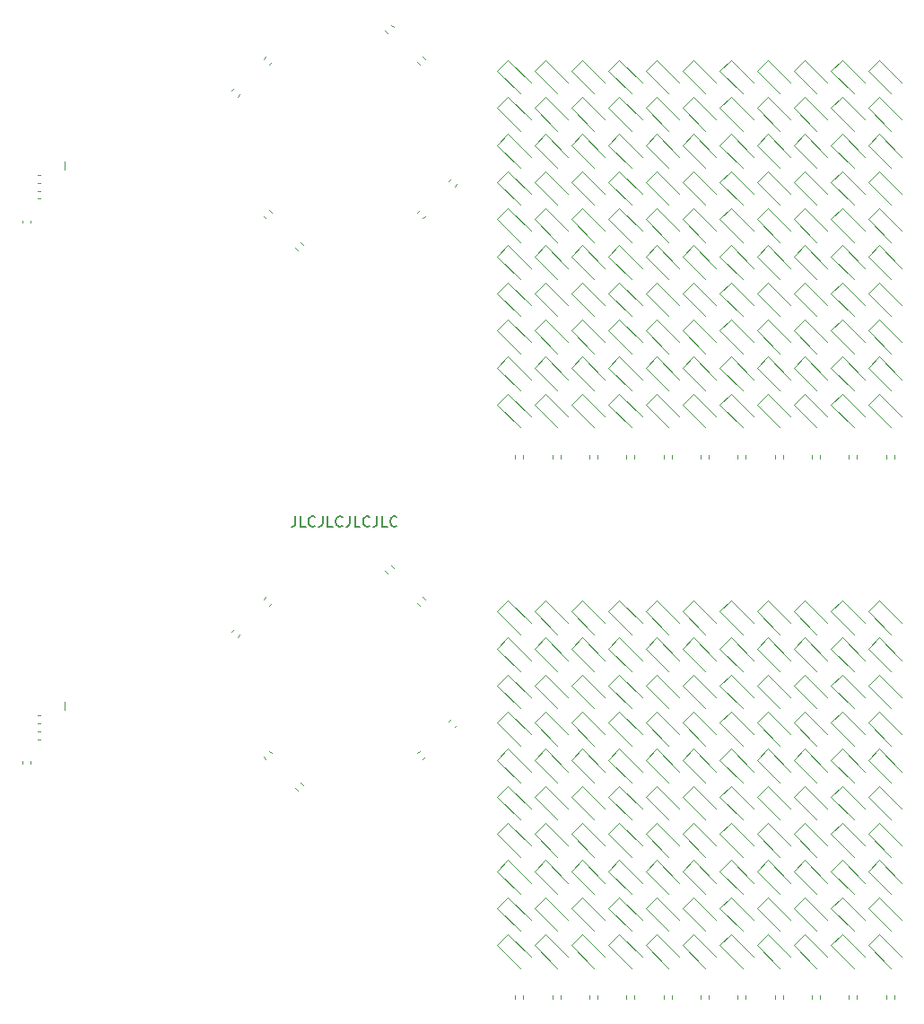
<source format=gbr>
%TF.GenerationSoftware,KiCad,Pcbnew,(6.0.9)*%
%TF.CreationDate,2023-02-03T02:03:44-05:00*%
%TF.ProjectId,businesscard_panel,62757369-6e65-4737-9363-6172645f7061,rev?*%
%TF.SameCoordinates,Original*%
%TF.FileFunction,Legend,Bot*%
%TF.FilePolarity,Positive*%
%FSLAX46Y46*%
G04 Gerber Fmt 4.6, Leading zero omitted, Abs format (unit mm)*
G04 Created by KiCad (PCBNEW (6.0.9)) date 2023-02-03 02:03:44*
%MOMM*%
%LPD*%
G01*
G04 APERTURE LIST*
%ADD10C,0.150000*%
%ADD11C,0.120000*%
G04 APERTURE END LIST*
D10*
X127380952Y-99452380D02*
X127380952Y-100166666D01*
X127333333Y-100309523D01*
X127238095Y-100404761D01*
X127095238Y-100452380D01*
X127000000Y-100452380D01*
X128333333Y-100452380D02*
X127857142Y-100452380D01*
X127857142Y-99452380D01*
X129238095Y-100357142D02*
X129190476Y-100404761D01*
X129047619Y-100452380D01*
X128952380Y-100452380D01*
X128809523Y-100404761D01*
X128714285Y-100309523D01*
X128666666Y-100214285D01*
X128619047Y-100023809D01*
X128619047Y-99880952D01*
X128666666Y-99690476D01*
X128714285Y-99595238D01*
X128809523Y-99500000D01*
X128952380Y-99452380D01*
X129047619Y-99452380D01*
X129190476Y-99500000D01*
X129238095Y-99547619D01*
X129952380Y-99452380D02*
X129952380Y-100166666D01*
X129904761Y-100309523D01*
X129809523Y-100404761D01*
X129666666Y-100452380D01*
X129571428Y-100452380D01*
X130904761Y-100452380D02*
X130428571Y-100452380D01*
X130428571Y-99452380D01*
X131809523Y-100357142D02*
X131761904Y-100404761D01*
X131619047Y-100452380D01*
X131523809Y-100452380D01*
X131380952Y-100404761D01*
X131285714Y-100309523D01*
X131238095Y-100214285D01*
X131190476Y-100023809D01*
X131190476Y-99880952D01*
X131238095Y-99690476D01*
X131285714Y-99595238D01*
X131380952Y-99500000D01*
X131523809Y-99452380D01*
X131619047Y-99452380D01*
X131761904Y-99500000D01*
X131809523Y-99547619D01*
X132523809Y-99452380D02*
X132523809Y-100166666D01*
X132476190Y-100309523D01*
X132380952Y-100404761D01*
X132238095Y-100452380D01*
X132142857Y-100452380D01*
X133476190Y-100452380D02*
X133000000Y-100452380D01*
X133000000Y-99452380D01*
X134380952Y-100357142D02*
X134333333Y-100404761D01*
X134190476Y-100452380D01*
X134095238Y-100452380D01*
X133952380Y-100404761D01*
X133857142Y-100309523D01*
X133809523Y-100214285D01*
X133761904Y-100023809D01*
X133761904Y-99880952D01*
X133809523Y-99690476D01*
X133857142Y-99595238D01*
X133952380Y-99500000D01*
X134095238Y-99452380D01*
X134190476Y-99452380D01*
X134333333Y-99500000D01*
X134380952Y-99547619D01*
X135095238Y-99452380D02*
X135095238Y-100166666D01*
X135047619Y-100309523D01*
X134952380Y-100404761D01*
X134809523Y-100452380D01*
X134714285Y-100452380D01*
X136047619Y-100452380D02*
X135571428Y-100452380D01*
X135571428Y-99452380D01*
X136952380Y-100357142D02*
X136904761Y-100404761D01*
X136761904Y-100452380D01*
X136666666Y-100452380D01*
X136523809Y-100404761D01*
X136428571Y-100309523D01*
X136380952Y-100214285D01*
X136333333Y-100023809D01*
X136333333Y-99880952D01*
X136380952Y-99690476D01*
X136428571Y-99595238D01*
X136523809Y-99500000D01*
X136666666Y-99452380D01*
X136761904Y-99452380D01*
X136904761Y-99500000D01*
X136952380Y-99547619D01*
D11*
%TO.C,D61*%
X168464089Y-56424642D02*
X167424642Y-57464089D01*
X170606622Y-58567175D02*
X168464089Y-56424642D01*
X167424642Y-57464089D02*
X169567175Y-59606622D01*
%TO.C,D79*%
X171964089Y-135424642D02*
X170924642Y-136464089D01*
X174106622Y-137567175D02*
X171964089Y-135424642D01*
X170924642Y-136464089D02*
X173067175Y-138606622D01*
%TO.C,D101*%
X182464089Y-56424642D02*
X181424642Y-57464089D01*
X181424642Y-57464089D02*
X183567175Y-59606622D01*
X184606622Y-58567175D02*
X182464089Y-56424642D01*
%TO.C,D97*%
X181106622Y-79567175D02*
X178964089Y-77424642D01*
X177924642Y-78464089D02*
X180067175Y-80606622D01*
X178964089Y-77424642D02*
X177924642Y-78464089D01*
%TO.C,D51*%
X167106622Y-58567175D02*
X164964089Y-56424642D01*
X163924642Y-57464089D02*
X166067175Y-59606622D01*
X164964089Y-56424642D02*
X163924642Y-57464089D01*
%TO.C,D25*%
X153424642Y-122464089D02*
X155567175Y-124606622D01*
X154464089Y-121424642D02*
X153424642Y-122464089D01*
X156606622Y-123567175D02*
X154464089Y-121424642D01*
%TO.C,D78*%
X171964089Y-80924642D02*
X170924642Y-81964089D01*
X174106622Y-83067175D02*
X171964089Y-80924642D01*
X170924642Y-81964089D02*
X173067175Y-84106622D01*
%TO.C,D56*%
X164964089Y-124924642D02*
X163924642Y-125964089D01*
X163924642Y-125964089D02*
X166067175Y-128106622D01*
X167106622Y-127067175D02*
X164964089Y-124924642D01*
%TO.C,D32*%
X160106622Y-113067175D02*
X157964089Y-110924642D01*
X156924642Y-111964089D02*
X159067175Y-114106622D01*
X157964089Y-110924642D02*
X156924642Y-111964089D01*
%TO.C,D26*%
X154464089Y-124924642D02*
X153424642Y-125964089D01*
X153424642Y-125964089D02*
X155567175Y-128106622D01*
X156606622Y-127067175D02*
X154464089Y-124924642D01*
%TO.C,D94*%
X181106622Y-120067175D02*
X178964089Y-117924642D01*
X177924642Y-118964089D02*
X180067175Y-121106622D01*
X178964089Y-117924642D02*
X177924642Y-118964089D01*
%TO.C,D76*%
X170924642Y-125964089D02*
X173067175Y-128106622D01*
X174106622Y-127067175D02*
X171964089Y-124924642D01*
X171964089Y-124924642D02*
X170924642Y-125964089D01*
%TO.C,D50*%
X161464089Y-87924642D02*
X160424642Y-88964089D01*
X160424642Y-88964089D02*
X162567175Y-91106622D01*
X163606622Y-90067175D02*
X161464089Y-87924642D01*
%TO.C,D96*%
X178964089Y-73924642D02*
X177924642Y-74964089D01*
X181106622Y-76067175D02*
X178964089Y-73924642D01*
X177924642Y-74964089D02*
X180067175Y-77106622D01*
%TO.C,D53*%
X163924642Y-115464089D02*
X166067175Y-117606622D01*
X164964089Y-114424642D02*
X163924642Y-115464089D01*
X167106622Y-116567175D02*
X164964089Y-114424642D01*
%TO.C,D80*%
X174106622Y-141067175D02*
X171964089Y-138924642D01*
X170924642Y-139964089D02*
X173067175Y-142106622D01*
X171964089Y-138924642D02*
X170924642Y-139964089D01*
%TO.C,D81*%
X175464089Y-107424642D02*
X174424642Y-108464089D01*
X177606622Y-109567175D02*
X175464089Y-107424642D01*
X174424642Y-108464089D02*
X176567175Y-110606622D01*
%TO.C,D9*%
X146424642Y-85464089D02*
X148567175Y-87606622D01*
X149606622Y-86567175D02*
X147464089Y-84424642D01*
X147464089Y-84424642D02*
X146424642Y-85464089D01*
%TO.C,D20*%
X149924642Y-88964089D02*
X152067175Y-91106622D01*
X150964089Y-87924642D02*
X149924642Y-88964089D01*
X153106622Y-90067175D02*
X150964089Y-87924642D01*
%TO.C,D45*%
X163606622Y-72567175D02*
X161464089Y-70424642D01*
X161464089Y-70424642D02*
X160424642Y-71464089D01*
X160424642Y-71464089D02*
X162567175Y-73606622D01*
%TO.C,D24*%
X153424642Y-118964089D02*
X155567175Y-121106622D01*
X156606622Y-120067175D02*
X154464089Y-117924642D01*
X154464089Y-117924642D02*
X153424642Y-118964089D01*
%TO.C,D100*%
X177924642Y-139964089D02*
X180067175Y-142106622D01*
X181106622Y-141067175D02*
X178964089Y-138924642D01*
X178964089Y-138924642D02*
X177924642Y-139964089D01*
%TO.C,D41*%
X163606622Y-58567175D02*
X161464089Y-56424642D01*
X161464089Y-56424642D02*
X160424642Y-57464089D01*
X160424642Y-57464089D02*
X162567175Y-59606622D01*
%TO.C,D85*%
X175464089Y-70424642D02*
X174424642Y-71464089D01*
X174424642Y-71464089D02*
X176567175Y-73606622D01*
X177606622Y-72567175D02*
X175464089Y-70424642D01*
%TO.C,D42*%
X163606622Y-62067175D02*
X161464089Y-59924642D01*
X161464089Y-59924642D02*
X160424642Y-60964089D01*
X160424642Y-60964089D02*
X162567175Y-63106622D01*
%TO.C,D32*%
X160106622Y-62067175D02*
X157964089Y-59924642D01*
X156924642Y-60964089D02*
X159067175Y-63106622D01*
X157964089Y-59924642D02*
X156924642Y-60964089D01*
%TO.C,D107*%
X181424642Y-129464089D02*
X183567175Y-131606622D01*
X184606622Y-130567175D02*
X182464089Y-128424642D01*
X182464089Y-128424642D02*
X181424642Y-129464089D01*
%TO.C,D68*%
X170606622Y-134067175D02*
X168464089Y-131924642D01*
X167424642Y-132964089D02*
X169567175Y-135106622D01*
X168464089Y-131924642D02*
X167424642Y-132964089D01*
%TO.C,D104*%
X181424642Y-118964089D02*
X183567175Y-121106622D01*
X182464089Y-117924642D02*
X181424642Y-118964089D01*
X184606622Y-120067175D02*
X182464089Y-117924642D01*
%TO.C,D75*%
X171964089Y-70424642D02*
X170924642Y-71464089D01*
X174106622Y-72567175D02*
X171964089Y-70424642D01*
X170924642Y-71464089D02*
X173067175Y-73606622D01*
%TO.C,D58*%
X164964089Y-80924642D02*
X163924642Y-81964089D01*
X167106622Y-83067175D02*
X164964089Y-80924642D01*
X163924642Y-81964089D02*
X166067175Y-84106622D01*
%TO.C,D71*%
X170924642Y-57464089D02*
X173067175Y-59606622D01*
X174106622Y-58567175D02*
X171964089Y-56424642D01*
X171964089Y-56424642D02*
X170924642Y-57464089D01*
%TO.C,D15*%
X149924642Y-71464089D02*
X152067175Y-73606622D01*
X150964089Y-70424642D02*
X149924642Y-71464089D01*
X153106622Y-72567175D02*
X150964089Y-70424642D01*
%TO.C,D64*%
X168464089Y-66924642D02*
X167424642Y-67964089D01*
X167424642Y-67964089D02*
X169567175Y-70106622D01*
X170606622Y-69067175D02*
X168464089Y-66924642D01*
%TO.C,D49*%
X163606622Y-137567175D02*
X161464089Y-135424642D01*
X160424642Y-136464089D02*
X162567175Y-138606622D01*
X161464089Y-135424642D02*
X160424642Y-136464089D01*
%TO.C,D86*%
X174424642Y-74964089D02*
X176567175Y-77106622D01*
X175464089Y-73924642D02*
X174424642Y-74964089D01*
X177606622Y-76067175D02*
X175464089Y-73924642D01*
%TO.C,D59*%
X164964089Y-84424642D02*
X163924642Y-85464089D01*
X167106622Y-86567175D02*
X164964089Y-84424642D01*
X163924642Y-85464089D02*
X166067175Y-87606622D01*
%TO.C,D57*%
X164964089Y-128424642D02*
X163924642Y-129464089D01*
X167106622Y-130567175D02*
X164964089Y-128424642D01*
X163924642Y-129464089D02*
X166067175Y-131606622D01*
%TO.C,D82*%
X177606622Y-62067175D02*
X175464089Y-59924642D01*
X175464089Y-59924642D02*
X174424642Y-60964089D01*
X174424642Y-60964089D02*
X176567175Y-63106622D01*
%TO.C,D48*%
X160424642Y-81964089D02*
X162567175Y-84106622D01*
X161464089Y-80924642D02*
X160424642Y-81964089D01*
X163606622Y-83067175D02*
X161464089Y-80924642D01*
%TO.C,D23*%
X154464089Y-63424642D02*
X153424642Y-64464089D01*
X153424642Y-64464089D02*
X155567175Y-66606622D01*
X156606622Y-65567175D02*
X154464089Y-63424642D01*
%TO.C,D73*%
X174106622Y-116567175D02*
X171964089Y-114424642D01*
X171964089Y-114424642D02*
X170924642Y-115464089D01*
X170924642Y-115464089D02*
X173067175Y-117606622D01*
%TO.C,D34*%
X160106622Y-120067175D02*
X157964089Y-117924642D01*
X156924642Y-118964089D02*
X159067175Y-121106622D01*
X157964089Y-117924642D02*
X156924642Y-118964089D01*
%TO.C,D103*%
X182464089Y-114424642D02*
X181424642Y-115464089D01*
X181424642Y-115464089D02*
X183567175Y-117606622D01*
X184606622Y-116567175D02*
X182464089Y-114424642D01*
%TO.C,D69*%
X167424642Y-136464089D02*
X169567175Y-138606622D01*
X170606622Y-137567175D02*
X168464089Y-135424642D01*
X168464089Y-135424642D02*
X167424642Y-136464089D01*
%TO.C,D51*%
X167106622Y-109567175D02*
X164964089Y-107424642D01*
X163924642Y-108464089D02*
X166067175Y-110606622D01*
X164964089Y-107424642D02*
X163924642Y-108464089D01*
%TO.C,D22*%
X153424642Y-111964089D02*
X155567175Y-114106622D01*
X154464089Y-110924642D02*
X153424642Y-111964089D01*
X156606622Y-113067175D02*
X154464089Y-110924642D01*
%TO.C,D8*%
X146424642Y-81964089D02*
X148567175Y-84106622D01*
X147464089Y-80924642D02*
X146424642Y-81964089D01*
X149606622Y-83067175D02*
X147464089Y-80924642D01*
%TO.C,D29*%
X154464089Y-84424642D02*
X153424642Y-85464089D01*
X156606622Y-86567175D02*
X154464089Y-84424642D01*
X153424642Y-85464089D02*
X155567175Y-87606622D01*
%TO.C,D106*%
X182464089Y-124924642D02*
X181424642Y-125964089D01*
X184606622Y-127067175D02*
X182464089Y-124924642D01*
X181424642Y-125964089D02*
X183567175Y-128106622D01*
%TO.C,D49*%
X163606622Y-86567175D02*
X161464089Y-84424642D01*
X160424642Y-85464089D02*
X162567175Y-87606622D01*
X161464089Y-84424642D02*
X160424642Y-85464089D01*
%TO.C,D55*%
X167106622Y-123567175D02*
X164964089Y-121424642D01*
X164964089Y-121424642D02*
X163924642Y-122464089D01*
X163924642Y-122464089D02*
X166067175Y-124606622D01*
%TO.C,D92*%
X177924642Y-60964089D02*
X180067175Y-63106622D01*
X178964089Y-59924642D02*
X177924642Y-60964089D01*
X181106622Y-62067175D02*
X178964089Y-59924642D01*
%TO.C,D5*%
X146424642Y-122464089D02*
X148567175Y-124606622D01*
X147464089Y-121424642D02*
X146424642Y-122464089D01*
X149606622Y-123567175D02*
X147464089Y-121424642D01*
%TO.C,U1*%
X105615000Y-117750000D02*
X105615000Y-117000000D01*
%TO.C,D18*%
X149924642Y-132964089D02*
X152067175Y-135106622D01*
X153106622Y-134067175D02*
X150964089Y-131924642D01*
X150964089Y-131924642D02*
X149924642Y-132964089D01*
%TO.C,D105*%
X181424642Y-122464089D02*
X183567175Y-124606622D01*
X184606622Y-123567175D02*
X182464089Y-121424642D01*
X182464089Y-121424642D02*
X181424642Y-122464089D01*
%TO.C,D37*%
X160106622Y-79567175D02*
X157964089Y-77424642D01*
X156924642Y-78464089D02*
X159067175Y-80606622D01*
X157964089Y-77424642D02*
X156924642Y-78464089D01*
%TO.C,D53*%
X163924642Y-64464089D02*
X166067175Y-66606622D01*
X164964089Y-63424642D02*
X163924642Y-64464089D01*
X167106622Y-65567175D02*
X164964089Y-63424642D01*
%TO.C,D11*%
X153106622Y-109567175D02*
X150964089Y-107424642D01*
X149924642Y-108464089D02*
X152067175Y-110606622D01*
X150964089Y-107424642D02*
X149924642Y-108464089D01*
%TO.C,D107*%
X181424642Y-78464089D02*
X183567175Y-80606622D01*
X184606622Y-79567175D02*
X182464089Y-77424642D01*
X182464089Y-77424642D02*
X181424642Y-78464089D01*
%TO.C,D35*%
X156924642Y-122464089D02*
X159067175Y-124606622D01*
X160106622Y-123567175D02*
X157964089Y-121424642D01*
X157964089Y-121424642D02*
X156924642Y-122464089D01*
%TO.C,D94*%
X181106622Y-69067175D02*
X178964089Y-66924642D01*
X177924642Y-67964089D02*
X180067175Y-70106622D01*
X178964089Y-66924642D02*
X177924642Y-67964089D01*
%TO.C,D61*%
X168464089Y-107424642D02*
X167424642Y-108464089D01*
X170606622Y-109567175D02*
X168464089Y-107424642D01*
X167424642Y-108464089D02*
X169567175Y-110606622D01*
%TO.C,D72*%
X171964089Y-110924642D02*
X170924642Y-111964089D01*
X170924642Y-111964089D02*
X173067175Y-114106622D01*
X174106622Y-113067175D02*
X171964089Y-110924642D01*
%TO.C,D73*%
X174106622Y-65567175D02*
X171964089Y-63424642D01*
X171964089Y-63424642D02*
X170924642Y-64464089D01*
X170924642Y-64464089D02*
X173067175Y-66606622D01*
%TO.C,D35*%
X156924642Y-71464089D02*
X159067175Y-73606622D01*
X160106622Y-72567175D02*
X157964089Y-70424642D01*
X157964089Y-70424642D02*
X156924642Y-71464089D01*
%TO.C,D34*%
X160106622Y-69067175D02*
X157964089Y-66924642D01*
X156924642Y-67964089D02*
X159067175Y-70106622D01*
X157964089Y-66924642D02*
X156924642Y-67964089D01*
%TO.C,D52*%
X163924642Y-111964089D02*
X166067175Y-114106622D01*
X164964089Y-110924642D02*
X163924642Y-111964089D01*
X167106622Y-113067175D02*
X164964089Y-110924642D01*
%TO.C,D27*%
X153424642Y-78464089D02*
X155567175Y-80606622D01*
X154464089Y-77424642D02*
X153424642Y-78464089D01*
X156606622Y-79567175D02*
X154464089Y-77424642D01*
%TO.C,D24*%
X153424642Y-67964089D02*
X155567175Y-70106622D01*
X156606622Y-69067175D02*
X154464089Y-66924642D01*
X154464089Y-66924642D02*
X153424642Y-67964089D01*
%TO.C,D21*%
X154464089Y-56424642D02*
X153424642Y-57464089D01*
X156606622Y-58567175D02*
X154464089Y-56424642D01*
X153424642Y-57464089D02*
X155567175Y-59606622D01*
%TO.C,D5*%
X146424642Y-71464089D02*
X148567175Y-73606622D01*
X147464089Y-70424642D02*
X146424642Y-71464089D01*
X149606622Y-72567175D02*
X147464089Y-70424642D01*
%TO.C,D46*%
X161464089Y-124924642D02*
X160424642Y-125964089D01*
X160424642Y-125964089D02*
X162567175Y-128106622D01*
X163606622Y-127067175D02*
X161464089Y-124924642D01*
%TO.C,D22*%
X153424642Y-60964089D02*
X155567175Y-63106622D01*
X154464089Y-59924642D02*
X153424642Y-60964089D01*
X156606622Y-62067175D02*
X154464089Y-59924642D01*
%TO.C,D50*%
X161464089Y-138924642D02*
X160424642Y-139964089D01*
X160424642Y-139964089D02*
X162567175Y-142106622D01*
X163606622Y-141067175D02*
X161464089Y-138924642D01*
%TO.C,D55*%
X167106622Y-72567175D02*
X164964089Y-70424642D01*
X164964089Y-70424642D02*
X163924642Y-71464089D01*
X163924642Y-71464089D02*
X166067175Y-73606622D01*
%TO.C,D3*%
X149606622Y-65567175D02*
X147464089Y-63424642D01*
X147464089Y-63424642D02*
X146424642Y-64464089D01*
X146424642Y-64464089D02*
X148567175Y-66606622D01*
%TO.C,D1*%
X147464089Y-56424642D02*
X146424642Y-57464089D01*
X149606622Y-58567175D02*
X147464089Y-56424642D01*
X146424642Y-57464089D02*
X148567175Y-59606622D01*
%TO.C,D16*%
X149924642Y-125964089D02*
X152067175Y-128106622D01*
X150964089Y-124924642D02*
X149924642Y-125964089D01*
X153106622Y-127067175D02*
X150964089Y-124924642D01*
%TO.C,D9*%
X146424642Y-136464089D02*
X148567175Y-138606622D01*
X149606622Y-137567175D02*
X147464089Y-135424642D01*
X147464089Y-135424642D02*
X146424642Y-136464089D01*
%TO.C,D66*%
X170606622Y-127067175D02*
X168464089Y-124924642D01*
X168464089Y-124924642D02*
X167424642Y-125964089D01*
X167424642Y-125964089D02*
X169567175Y-128106622D01*
%TO.C,D105*%
X181424642Y-71464089D02*
X183567175Y-73606622D01*
X184606622Y-72567175D02*
X182464089Y-70424642D01*
X182464089Y-70424642D02*
X181424642Y-71464089D01*
%TO.C,D91*%
X177924642Y-57464089D02*
X180067175Y-59606622D01*
X181106622Y-58567175D02*
X178964089Y-56424642D01*
X178964089Y-56424642D02*
X177924642Y-57464089D01*
%TO.C,D103*%
X182464089Y-63424642D02*
X181424642Y-64464089D01*
X181424642Y-64464089D02*
X183567175Y-66606622D01*
X184606622Y-65567175D02*
X182464089Y-63424642D01*
%TO.C,D93*%
X181106622Y-65567175D02*
X178964089Y-63424642D01*
X178964089Y-63424642D02*
X177924642Y-64464089D01*
X177924642Y-64464089D02*
X180067175Y-66606622D01*
%TO.C,D79*%
X171964089Y-84424642D02*
X170924642Y-85464089D01*
X174106622Y-86567175D02*
X171964089Y-84424642D01*
X170924642Y-85464089D02*
X173067175Y-87606622D01*
%TO.C,D15*%
X149924642Y-122464089D02*
X152067175Y-124606622D01*
X150964089Y-121424642D02*
X149924642Y-122464089D01*
X153106622Y-123567175D02*
X150964089Y-121424642D01*
%TO.C,D17*%
X150964089Y-128424642D02*
X149924642Y-129464089D01*
X149924642Y-129464089D02*
X152067175Y-131606622D01*
X153106622Y-130567175D02*
X150964089Y-128424642D01*
%TO.C,D69*%
X167424642Y-85464089D02*
X169567175Y-87606622D01*
X170606622Y-86567175D02*
X168464089Y-84424642D01*
X168464089Y-84424642D02*
X167424642Y-85464089D01*
%TO.C,D98*%
X178964089Y-131924642D02*
X177924642Y-132964089D01*
X181106622Y-134067175D02*
X178964089Y-131924642D01*
X177924642Y-132964089D02*
X180067175Y-135106622D01*
%TO.C,D54*%
X164964089Y-117924642D02*
X163924642Y-118964089D01*
X163924642Y-118964089D02*
X166067175Y-121106622D01*
X167106622Y-120067175D02*
X164964089Y-117924642D01*
%TO.C,D74*%
X171964089Y-117924642D02*
X170924642Y-118964089D01*
X170924642Y-118964089D02*
X173067175Y-121106622D01*
X174106622Y-120067175D02*
X171964089Y-117924642D01*
%TO.C,D62*%
X170606622Y-62067175D02*
X168464089Y-59924642D01*
X168464089Y-59924642D02*
X167424642Y-60964089D01*
X167424642Y-60964089D02*
X169567175Y-63106622D01*
%TO.C,D82*%
X177606622Y-113067175D02*
X175464089Y-110924642D01*
X175464089Y-110924642D02*
X174424642Y-111964089D01*
X174424642Y-111964089D02*
X176567175Y-114106622D01*
%TO.C,D43*%
X163606622Y-116567175D02*
X161464089Y-114424642D01*
X161464089Y-114424642D02*
X160424642Y-115464089D01*
X160424642Y-115464089D02*
X162567175Y-117606622D01*
%TO.C,D102*%
X182464089Y-110924642D02*
X181424642Y-111964089D01*
X181424642Y-111964089D02*
X183567175Y-114106622D01*
X184606622Y-113067175D02*
X182464089Y-110924642D01*
%TO.C,D86*%
X174424642Y-125964089D02*
X176567175Y-128106622D01*
X175464089Y-124924642D02*
X174424642Y-125964089D01*
X177606622Y-127067175D02*
X175464089Y-124924642D01*
%TO.C,D98*%
X178964089Y-80924642D02*
X177924642Y-81964089D01*
X181106622Y-83067175D02*
X178964089Y-80924642D01*
X177924642Y-81964089D02*
X180067175Y-84106622D01*
%TO.C,D63*%
X168464089Y-63424642D02*
X167424642Y-64464089D01*
X167424642Y-64464089D02*
X169567175Y-66606622D01*
X170606622Y-65567175D02*
X168464089Y-63424642D01*
%TO.C,D2*%
X146424642Y-60964089D02*
X148567175Y-63106622D01*
X149606622Y-62067175D02*
X147464089Y-59924642D01*
X147464089Y-59924642D02*
X146424642Y-60964089D01*
%TO.C,D41*%
X163606622Y-109567175D02*
X161464089Y-107424642D01*
X161464089Y-107424642D02*
X160424642Y-108464089D01*
X160424642Y-108464089D02*
X162567175Y-110606622D01*
%TO.C,D6*%
X147464089Y-73924642D02*
X146424642Y-74964089D01*
X149606622Y-76067175D02*
X147464089Y-73924642D01*
X146424642Y-74964089D02*
X148567175Y-77106622D01*
%TO.C,D29*%
X154464089Y-135424642D02*
X153424642Y-136464089D01*
X156606622Y-137567175D02*
X154464089Y-135424642D01*
X153424642Y-136464089D02*
X155567175Y-138606622D01*
%TO.C,D37*%
X160106622Y-130567175D02*
X157964089Y-128424642D01*
X156924642Y-129464089D02*
X159067175Y-131606622D01*
X157964089Y-128424642D02*
X156924642Y-129464089D01*
%TO.C,D56*%
X164964089Y-73924642D02*
X163924642Y-74964089D01*
X163924642Y-74964089D02*
X166067175Y-77106622D01*
X167106622Y-76067175D02*
X164964089Y-73924642D01*
%TO.C,D47*%
X160424642Y-78464089D02*
X162567175Y-80606622D01*
X161464089Y-77424642D02*
X160424642Y-78464089D01*
X163606622Y-79567175D02*
X161464089Y-77424642D01*
%TO.C,D72*%
X171964089Y-59924642D02*
X170924642Y-60964089D01*
X170924642Y-60964089D02*
X173067175Y-63106622D01*
X174106622Y-62067175D02*
X171964089Y-59924642D01*
%TO.C,D85*%
X175464089Y-121424642D02*
X174424642Y-122464089D01*
X174424642Y-122464089D02*
X176567175Y-124606622D01*
X177606622Y-123567175D02*
X175464089Y-121424642D01*
%TO.C,D110*%
X182464089Y-87924642D02*
X181424642Y-88964089D01*
X181424642Y-88964089D02*
X183567175Y-91106622D01*
X184606622Y-90067175D02*
X182464089Y-87924642D01*
%TO.C,U1*%
X105615000Y-66750000D02*
X105615000Y-66000000D01*
%TO.C,D67*%
X167424642Y-129464089D02*
X169567175Y-131606622D01*
X170606622Y-130567175D02*
X168464089Y-128424642D01*
X168464089Y-128424642D02*
X167424642Y-129464089D01*
%TO.C,D64*%
X168464089Y-117924642D02*
X167424642Y-118964089D01*
X167424642Y-118964089D02*
X169567175Y-121106622D01*
X170606622Y-120067175D02*
X168464089Y-117924642D01*
%TO.C,D23*%
X154464089Y-114424642D02*
X153424642Y-115464089D01*
X153424642Y-115464089D02*
X155567175Y-117606622D01*
X156606622Y-116567175D02*
X154464089Y-114424642D01*
%TO.C,D58*%
X164964089Y-131924642D02*
X163924642Y-132964089D01*
X167106622Y-134067175D02*
X164964089Y-131924642D01*
X163924642Y-132964089D02*
X166067175Y-135106622D01*
%TO.C,D84*%
X175464089Y-117924642D02*
X174424642Y-118964089D01*
X174424642Y-118964089D02*
X176567175Y-121106622D01*
X177606622Y-120067175D02*
X175464089Y-117924642D01*
%TO.C,D4*%
X147464089Y-117924642D02*
X146424642Y-118964089D01*
X149606622Y-120067175D02*
X147464089Y-117924642D01*
X146424642Y-118964089D02*
X148567175Y-121106622D01*
%TO.C,D19*%
X150964089Y-135424642D02*
X149924642Y-136464089D01*
X153106622Y-137567175D02*
X150964089Y-135424642D01*
X149924642Y-136464089D02*
X152067175Y-138606622D01*
%TO.C,D40*%
X156924642Y-139964089D02*
X159067175Y-142106622D01*
X160106622Y-141067175D02*
X157964089Y-138924642D01*
X157964089Y-138924642D02*
X156924642Y-139964089D01*
%TO.C,D67*%
X167424642Y-78464089D02*
X169567175Y-80606622D01*
X170606622Y-79567175D02*
X168464089Y-77424642D01*
X168464089Y-77424642D02*
X167424642Y-78464089D01*
%TO.C,D30*%
X156606622Y-141067175D02*
X154464089Y-138924642D01*
X154464089Y-138924642D02*
X153424642Y-139964089D01*
X153424642Y-139964089D02*
X155567175Y-142106622D01*
%TO.C,D44*%
X163606622Y-120067175D02*
X161464089Y-117924642D01*
X160424642Y-118964089D02*
X162567175Y-121106622D01*
X161464089Y-117924642D02*
X160424642Y-118964089D01*
%TO.C,D70*%
X170606622Y-141067175D02*
X168464089Y-138924642D01*
X168464089Y-138924642D02*
X167424642Y-139964089D01*
X167424642Y-139964089D02*
X169567175Y-142106622D01*
%TO.C,D108*%
X182464089Y-131924642D02*
X181424642Y-132964089D01*
X184606622Y-134067175D02*
X182464089Y-131924642D01*
X181424642Y-132964089D02*
X183567175Y-135106622D01*
%TO.C,D31*%
X157964089Y-107424642D02*
X156924642Y-108464089D01*
X160106622Y-109567175D02*
X157964089Y-107424642D01*
X156924642Y-108464089D02*
X159067175Y-110606622D01*
%TO.C,D62*%
X170606622Y-113067175D02*
X168464089Y-110924642D01*
X168464089Y-110924642D02*
X167424642Y-111964089D01*
X167424642Y-111964089D02*
X169567175Y-114106622D01*
%TO.C,D26*%
X154464089Y-73924642D02*
X153424642Y-74964089D01*
X153424642Y-74964089D02*
X155567175Y-77106622D01*
X156606622Y-76067175D02*
X154464089Y-73924642D01*
%TO.C,D28*%
X156606622Y-134067175D02*
X154464089Y-131924642D01*
X153424642Y-132964089D02*
X155567175Y-135106622D01*
X154464089Y-131924642D02*
X153424642Y-132964089D01*
%TO.C,D48*%
X160424642Y-132964089D02*
X162567175Y-135106622D01*
X161464089Y-131924642D02*
X160424642Y-132964089D01*
X163606622Y-134067175D02*
X161464089Y-131924642D01*
%TO.C,D76*%
X170924642Y-74964089D02*
X173067175Y-77106622D01*
X174106622Y-76067175D02*
X171964089Y-73924642D01*
X171964089Y-73924642D02*
X170924642Y-74964089D01*
%TO.C,D83*%
X177606622Y-116567175D02*
X175464089Y-114424642D01*
X175464089Y-114424642D02*
X174424642Y-115464089D01*
X174424642Y-115464089D02*
X176567175Y-117606622D01*
%TO.C,D60*%
X167106622Y-141067175D02*
X164964089Y-138924642D01*
X164964089Y-138924642D02*
X163924642Y-139964089D01*
X163924642Y-139964089D02*
X166067175Y-142106622D01*
%TO.C,D59*%
X164964089Y-135424642D02*
X163924642Y-136464089D01*
X167106622Y-137567175D02*
X164964089Y-135424642D01*
X163924642Y-136464089D02*
X166067175Y-138606622D01*
%TO.C,D87*%
X175464089Y-77424642D02*
X174424642Y-78464089D01*
X177606622Y-79567175D02*
X175464089Y-77424642D01*
X174424642Y-78464089D02*
X176567175Y-80606622D01*
%TO.C,D70*%
X170606622Y-90067175D02*
X168464089Y-87924642D01*
X168464089Y-87924642D02*
X167424642Y-88964089D01*
X167424642Y-88964089D02*
X169567175Y-91106622D01*
%TO.C,D89*%
X175464089Y-84424642D02*
X174424642Y-85464089D01*
X174424642Y-85464089D02*
X176567175Y-87606622D01*
X177606622Y-86567175D02*
X175464089Y-84424642D01*
%TO.C,D3*%
X149606622Y-116567175D02*
X147464089Y-114424642D01*
X147464089Y-114424642D02*
X146424642Y-115464089D01*
X146424642Y-115464089D02*
X148567175Y-117606622D01*
%TO.C,D10*%
X149606622Y-90067175D02*
X147464089Y-87924642D01*
X147464089Y-87924642D02*
X146424642Y-88964089D01*
X146424642Y-88964089D02*
X148567175Y-91106622D01*
%TO.C,D47*%
X160424642Y-129464089D02*
X162567175Y-131606622D01*
X161464089Y-128424642D02*
X160424642Y-129464089D01*
X163606622Y-130567175D02*
X161464089Y-128424642D01*
%TO.C,D18*%
X149924642Y-81964089D02*
X152067175Y-84106622D01*
X153106622Y-83067175D02*
X150964089Y-80924642D01*
X150964089Y-80924642D02*
X149924642Y-81964089D01*
%TO.C,D42*%
X163606622Y-113067175D02*
X161464089Y-110924642D01*
X161464089Y-110924642D02*
X160424642Y-111964089D01*
X160424642Y-111964089D02*
X162567175Y-114106622D01*
%TO.C,D71*%
X170924642Y-108464089D02*
X173067175Y-110606622D01*
X174106622Y-109567175D02*
X171964089Y-107424642D01*
X171964089Y-107424642D02*
X170924642Y-108464089D01*
%TO.C,D33*%
X160106622Y-116567175D02*
X157964089Y-114424642D01*
X157964089Y-114424642D02*
X156924642Y-115464089D01*
X156924642Y-115464089D02*
X159067175Y-117606622D01*
%TO.C,D20*%
X149924642Y-139964089D02*
X152067175Y-142106622D01*
X150964089Y-138924642D02*
X149924642Y-139964089D01*
X153106622Y-141067175D02*
X150964089Y-138924642D01*
%TO.C,D45*%
X163606622Y-123567175D02*
X161464089Y-121424642D01*
X161464089Y-121424642D02*
X160424642Y-122464089D01*
X160424642Y-122464089D02*
X162567175Y-124606622D01*
%TO.C,D92*%
X177924642Y-111964089D02*
X180067175Y-114106622D01*
X178964089Y-110924642D02*
X177924642Y-111964089D01*
X181106622Y-113067175D02*
X178964089Y-110924642D01*
%TO.C,D87*%
X175464089Y-128424642D02*
X174424642Y-129464089D01*
X177606622Y-130567175D02*
X175464089Y-128424642D01*
X174424642Y-129464089D02*
X176567175Y-131606622D01*
%TO.C,D38*%
X157964089Y-80924642D02*
X156924642Y-81964089D01*
X156924642Y-81964089D02*
X159067175Y-84106622D01*
X160106622Y-83067175D02*
X157964089Y-80924642D01*
%TO.C,D104*%
X181424642Y-67964089D02*
X183567175Y-70106622D01*
X182464089Y-66924642D02*
X181424642Y-67964089D01*
X184606622Y-69067175D02*
X182464089Y-66924642D01*
%TO.C,D54*%
X164964089Y-66924642D02*
X163924642Y-67964089D01*
X163924642Y-67964089D02*
X166067175Y-70106622D01*
X167106622Y-69067175D02*
X164964089Y-66924642D01*
%TO.C,D14*%
X150964089Y-66924642D02*
X149924642Y-67964089D01*
X149924642Y-67964089D02*
X152067175Y-70106622D01*
X153106622Y-69067175D02*
X150964089Y-66924642D01*
%TO.C,D33*%
X160106622Y-65567175D02*
X157964089Y-63424642D01*
X157964089Y-63424642D02*
X156924642Y-64464089D01*
X156924642Y-64464089D02*
X159067175Y-66606622D01*
%TO.C,D90*%
X177606622Y-90067175D02*
X175464089Y-87924642D01*
X175464089Y-87924642D02*
X174424642Y-88964089D01*
X174424642Y-88964089D02*
X176567175Y-91106622D01*
%TO.C,D110*%
X182464089Y-138924642D02*
X181424642Y-139964089D01*
X181424642Y-139964089D02*
X183567175Y-142106622D01*
X184606622Y-141067175D02*
X182464089Y-138924642D01*
%TO.C,D25*%
X153424642Y-71464089D02*
X155567175Y-73606622D01*
X154464089Y-70424642D02*
X153424642Y-71464089D01*
X156606622Y-72567175D02*
X154464089Y-70424642D01*
%TO.C,D7*%
X147464089Y-77424642D02*
X146424642Y-78464089D01*
X146424642Y-78464089D02*
X148567175Y-80606622D01*
X149606622Y-79567175D02*
X147464089Y-77424642D01*
%TO.C,D89*%
X175464089Y-135424642D02*
X174424642Y-136464089D01*
X174424642Y-136464089D02*
X176567175Y-138606622D01*
X177606622Y-137567175D02*
X175464089Y-135424642D01*
%TO.C,D65*%
X170606622Y-72567175D02*
X168464089Y-70424642D01*
X168464089Y-70424642D02*
X167424642Y-71464089D01*
X167424642Y-71464089D02*
X169567175Y-73606622D01*
%TO.C,D78*%
X171964089Y-131924642D02*
X170924642Y-132964089D01*
X174106622Y-134067175D02*
X171964089Y-131924642D01*
X170924642Y-132964089D02*
X173067175Y-135106622D01*
%TO.C,D80*%
X174106622Y-90067175D02*
X171964089Y-87924642D01*
X170924642Y-88964089D02*
X173067175Y-91106622D01*
X171964089Y-87924642D02*
X170924642Y-88964089D01*
%TO.C,D100*%
X177924642Y-88964089D02*
X180067175Y-91106622D01*
X181106622Y-90067175D02*
X178964089Y-87924642D01*
X178964089Y-87924642D02*
X177924642Y-88964089D01*
%TO.C,D88*%
X177606622Y-134067175D02*
X175464089Y-131924642D01*
X175464089Y-131924642D02*
X174424642Y-132964089D01*
X174424642Y-132964089D02*
X176567175Y-135106622D01*
%TO.C,D93*%
X181106622Y-116567175D02*
X178964089Y-114424642D01*
X178964089Y-114424642D02*
X177924642Y-115464089D01*
X177924642Y-115464089D02*
X180067175Y-117606622D01*
%TO.C,D90*%
X177606622Y-141067175D02*
X175464089Y-138924642D01*
X175464089Y-138924642D02*
X174424642Y-139964089D01*
X174424642Y-139964089D02*
X176567175Y-142106622D01*
%TO.C,D31*%
X157964089Y-56424642D02*
X156924642Y-57464089D01*
X160106622Y-58567175D02*
X157964089Y-56424642D01*
X156924642Y-57464089D02*
X159067175Y-59606622D01*
%TO.C,D77*%
X171964089Y-77424642D02*
X170924642Y-78464089D01*
X174106622Y-79567175D02*
X171964089Y-77424642D01*
X170924642Y-78464089D02*
X173067175Y-80606622D01*
%TO.C,D21*%
X154464089Y-107424642D02*
X153424642Y-108464089D01*
X156606622Y-109567175D02*
X154464089Y-107424642D01*
X153424642Y-108464089D02*
X155567175Y-110606622D01*
%TO.C,D8*%
X146424642Y-132964089D02*
X148567175Y-135106622D01*
X147464089Y-131924642D02*
X146424642Y-132964089D01*
X149606622Y-134067175D02*
X147464089Y-131924642D01*
%TO.C,D13*%
X150964089Y-63424642D02*
X149924642Y-64464089D01*
X153106622Y-65567175D02*
X150964089Y-63424642D01*
X149924642Y-64464089D02*
X152067175Y-66606622D01*
%TO.C,D77*%
X171964089Y-128424642D02*
X170924642Y-129464089D01*
X174106622Y-130567175D02*
X171964089Y-128424642D01*
X170924642Y-129464089D02*
X173067175Y-131606622D01*
%TO.C,D13*%
X150964089Y-114424642D02*
X149924642Y-115464089D01*
X153106622Y-116567175D02*
X150964089Y-114424642D01*
X149924642Y-115464089D02*
X152067175Y-117606622D01*
%TO.C,D63*%
X168464089Y-114424642D02*
X167424642Y-115464089D01*
X167424642Y-115464089D02*
X169567175Y-117606622D01*
X170606622Y-116567175D02*
X168464089Y-114424642D01*
%TO.C,D109*%
X182464089Y-84424642D02*
X181424642Y-85464089D01*
X184606622Y-86567175D02*
X182464089Y-84424642D01*
X181424642Y-85464089D02*
X183567175Y-87606622D01*
%TO.C,D39*%
X160106622Y-137567175D02*
X157964089Y-135424642D01*
X157964089Y-135424642D02*
X156924642Y-136464089D01*
X156924642Y-136464089D02*
X159067175Y-138606622D01*
%TO.C,D28*%
X156606622Y-83067175D02*
X154464089Y-80924642D01*
X153424642Y-81964089D02*
X155567175Y-84106622D01*
X154464089Y-80924642D02*
X153424642Y-81964089D01*
%TO.C,D2*%
X146424642Y-111964089D02*
X148567175Y-114106622D01*
X149606622Y-113067175D02*
X147464089Y-110924642D01*
X147464089Y-110924642D02*
X146424642Y-111964089D01*
%TO.C,D95*%
X177924642Y-71464089D02*
X180067175Y-73606622D01*
X181106622Y-72567175D02*
X178964089Y-70424642D01*
X178964089Y-70424642D02*
X177924642Y-71464089D01*
%TO.C,D65*%
X170606622Y-123567175D02*
X168464089Y-121424642D01*
X168464089Y-121424642D02*
X167424642Y-122464089D01*
X167424642Y-122464089D02*
X169567175Y-124606622D01*
%TO.C,D74*%
X171964089Y-66924642D02*
X170924642Y-67964089D01*
X170924642Y-67964089D02*
X173067175Y-70106622D01*
X174106622Y-69067175D02*
X171964089Y-66924642D01*
%TO.C,D30*%
X156606622Y-90067175D02*
X154464089Y-87924642D01*
X154464089Y-87924642D02*
X153424642Y-88964089D01*
X153424642Y-88964089D02*
X155567175Y-91106622D01*
%TO.C,D36*%
X160106622Y-127067175D02*
X157964089Y-124924642D01*
X156924642Y-125964089D02*
X159067175Y-128106622D01*
X157964089Y-124924642D02*
X156924642Y-125964089D01*
%TO.C,D75*%
X171964089Y-121424642D02*
X170924642Y-122464089D01*
X174106622Y-123567175D02*
X171964089Y-121424642D01*
X170924642Y-122464089D02*
X173067175Y-124606622D01*
%TO.C,D39*%
X160106622Y-86567175D02*
X157964089Y-84424642D01*
X157964089Y-84424642D02*
X156924642Y-85464089D01*
X156924642Y-85464089D02*
X159067175Y-87606622D01*
%TO.C,D17*%
X150964089Y-77424642D02*
X149924642Y-78464089D01*
X149924642Y-78464089D02*
X152067175Y-80606622D01*
X153106622Y-79567175D02*
X150964089Y-77424642D01*
%TO.C,D14*%
X150964089Y-117924642D02*
X149924642Y-118964089D01*
X149924642Y-118964089D02*
X152067175Y-121106622D01*
X153106622Y-120067175D02*
X150964089Y-117924642D01*
%TO.C,D108*%
X182464089Y-80924642D02*
X181424642Y-81964089D01*
X184606622Y-83067175D02*
X182464089Y-80924642D01*
X181424642Y-81964089D02*
X183567175Y-84106622D01*
%TO.C,D66*%
X170606622Y-76067175D02*
X168464089Y-73924642D01*
X168464089Y-73924642D02*
X167424642Y-74964089D01*
X167424642Y-74964089D02*
X169567175Y-77106622D01*
%TO.C,D38*%
X157964089Y-131924642D02*
X156924642Y-132964089D01*
X156924642Y-132964089D02*
X159067175Y-135106622D01*
X160106622Y-134067175D02*
X157964089Y-131924642D01*
%TO.C,D12*%
X149924642Y-60964089D02*
X152067175Y-63106622D01*
X150964089Y-59924642D02*
X149924642Y-60964089D01*
X153106622Y-62067175D02*
X150964089Y-59924642D01*
%TO.C,D81*%
X175464089Y-56424642D02*
X174424642Y-57464089D01*
X177606622Y-58567175D02*
X175464089Y-56424642D01*
X174424642Y-57464089D02*
X176567175Y-59606622D01*
%TO.C,D27*%
X153424642Y-129464089D02*
X155567175Y-131606622D01*
X154464089Y-128424642D02*
X153424642Y-129464089D01*
X156606622Y-130567175D02*
X154464089Y-128424642D01*
%TO.C,D36*%
X160106622Y-76067175D02*
X157964089Y-73924642D01*
X156924642Y-74964089D02*
X159067175Y-77106622D01*
X157964089Y-73924642D02*
X156924642Y-74964089D01*
%TO.C,D6*%
X147464089Y-124924642D02*
X146424642Y-125964089D01*
X149606622Y-127067175D02*
X147464089Y-124924642D01*
X146424642Y-125964089D02*
X148567175Y-128106622D01*
%TO.C,D19*%
X150964089Y-84424642D02*
X149924642Y-85464089D01*
X153106622Y-86567175D02*
X150964089Y-84424642D01*
X149924642Y-85464089D02*
X152067175Y-87606622D01*
%TO.C,D44*%
X163606622Y-69067175D02*
X161464089Y-66924642D01*
X160424642Y-67964089D02*
X162567175Y-70106622D01*
X161464089Y-66924642D02*
X160424642Y-67964089D01*
%TO.C,D91*%
X177924642Y-108464089D02*
X180067175Y-110606622D01*
X181106622Y-109567175D02*
X178964089Y-107424642D01*
X178964089Y-107424642D02*
X177924642Y-108464089D01*
%TO.C,D12*%
X149924642Y-111964089D02*
X152067175Y-114106622D01*
X150964089Y-110924642D02*
X149924642Y-111964089D01*
X153106622Y-113067175D02*
X150964089Y-110924642D01*
%TO.C,D60*%
X167106622Y-90067175D02*
X164964089Y-87924642D01*
X164964089Y-87924642D02*
X163924642Y-88964089D01*
X163924642Y-88964089D02*
X166067175Y-91106622D01*
%TO.C,D84*%
X175464089Y-66924642D02*
X174424642Y-67964089D01*
X174424642Y-67964089D02*
X176567175Y-70106622D01*
X177606622Y-69067175D02*
X175464089Y-66924642D01*
%TO.C,D83*%
X177606622Y-65567175D02*
X175464089Y-63424642D01*
X175464089Y-63424642D02*
X174424642Y-64464089D01*
X174424642Y-64464089D02*
X176567175Y-66606622D01*
%TO.C,D52*%
X163924642Y-60964089D02*
X166067175Y-63106622D01*
X164964089Y-59924642D02*
X163924642Y-60964089D01*
X167106622Y-62067175D02*
X164964089Y-59924642D01*
%TO.C,D101*%
X182464089Y-107424642D02*
X181424642Y-108464089D01*
X181424642Y-108464089D02*
X183567175Y-110606622D01*
X184606622Y-109567175D02*
X182464089Y-107424642D01*
%TO.C,D7*%
X147464089Y-128424642D02*
X146424642Y-129464089D01*
X146424642Y-129464089D02*
X148567175Y-131606622D01*
X149606622Y-130567175D02*
X147464089Y-128424642D01*
%TO.C,D43*%
X163606622Y-65567175D02*
X161464089Y-63424642D01*
X161464089Y-63424642D02*
X160424642Y-64464089D01*
X160424642Y-64464089D02*
X162567175Y-66606622D01*
%TO.C,D57*%
X164964089Y-77424642D02*
X163924642Y-78464089D01*
X167106622Y-79567175D02*
X164964089Y-77424642D01*
X163924642Y-78464089D02*
X166067175Y-80606622D01*
%TO.C,D88*%
X177606622Y-83067175D02*
X175464089Y-80924642D01*
X175464089Y-80924642D02*
X174424642Y-81964089D01*
X174424642Y-81964089D02*
X176567175Y-84106622D01*
%TO.C,D4*%
X147464089Y-66924642D02*
X146424642Y-67964089D01*
X149606622Y-69067175D02*
X147464089Y-66924642D01*
X146424642Y-67964089D02*
X148567175Y-70106622D01*
%TO.C,D16*%
X149924642Y-74964089D02*
X152067175Y-77106622D01*
X150964089Y-73924642D02*
X149924642Y-74964089D01*
X153106622Y-76067175D02*
X150964089Y-73924642D01*
%TO.C,D96*%
X178964089Y-124924642D02*
X177924642Y-125964089D01*
X181106622Y-127067175D02*
X178964089Y-124924642D01*
X177924642Y-125964089D02*
X180067175Y-128106622D01*
%TO.C,D102*%
X182464089Y-59924642D02*
X181424642Y-60964089D01*
X181424642Y-60964089D02*
X183567175Y-63106622D01*
X184606622Y-62067175D02*
X182464089Y-59924642D01*
%TO.C,D95*%
X177924642Y-122464089D02*
X180067175Y-124606622D01*
X181106622Y-123567175D02*
X178964089Y-121424642D01*
X178964089Y-121424642D02*
X177924642Y-122464089D01*
%TO.C,D106*%
X182464089Y-73924642D02*
X181424642Y-74964089D01*
X184606622Y-76067175D02*
X182464089Y-73924642D01*
X181424642Y-74964089D02*
X183567175Y-77106622D01*
%TO.C,D99*%
X177924642Y-136464089D02*
X180067175Y-138606622D01*
X178964089Y-135424642D02*
X177924642Y-136464089D01*
X181106622Y-137567175D02*
X178964089Y-135424642D01*
%TO.C,D46*%
X161464089Y-73924642D02*
X160424642Y-74964089D01*
X160424642Y-74964089D02*
X162567175Y-77106622D01*
X163606622Y-76067175D02*
X161464089Y-73924642D01*
%TO.C,D40*%
X156924642Y-88964089D02*
X159067175Y-91106622D01*
X160106622Y-90067175D02*
X157964089Y-87924642D01*
X157964089Y-87924642D02*
X156924642Y-88964089D01*
%TO.C,D97*%
X181106622Y-130567175D02*
X178964089Y-128424642D01*
X177924642Y-129464089D02*
X180067175Y-131606622D01*
X178964089Y-128424642D02*
X177924642Y-129464089D01*
%TO.C,D99*%
X177924642Y-85464089D02*
X180067175Y-87606622D01*
X178964089Y-84424642D02*
X177924642Y-85464089D01*
X181106622Y-86567175D02*
X178964089Y-84424642D01*
%TO.C,D11*%
X153106622Y-58567175D02*
X150964089Y-56424642D01*
X149924642Y-57464089D02*
X152067175Y-59606622D01*
X150964089Y-56424642D02*
X149924642Y-57464089D01*
%TO.C,D1*%
X147464089Y-107424642D02*
X146424642Y-108464089D01*
X149606622Y-109567175D02*
X147464089Y-107424642D01*
X146424642Y-108464089D02*
X148567175Y-110606622D01*
%TO.C,D10*%
X149606622Y-141067175D02*
X147464089Y-138924642D01*
X147464089Y-138924642D02*
X146424642Y-139964089D01*
X146424642Y-139964089D02*
X148567175Y-142106622D01*
%TO.C,D109*%
X182464089Y-135424642D02*
X181424642Y-136464089D01*
X184606622Y-137567175D02*
X182464089Y-135424642D01*
X181424642Y-136464089D02*
X183567175Y-138606622D01*
%TO.C,D68*%
X170606622Y-83067175D02*
X168464089Y-80924642D01*
X167424642Y-81964089D02*
X169567175Y-84106622D01*
X168464089Y-80924642D02*
X167424642Y-81964089D01*
%TO.C,R16*%
X159380000Y-145017621D02*
X159380000Y-144682379D01*
X158620000Y-145017621D02*
X158620000Y-144682379D01*
%TO.C,R10*%
X180380000Y-145017621D02*
X180380000Y-144682379D01*
X179620000Y-145017621D02*
X179620000Y-144682379D01*
%TO.C,R11*%
X176120000Y-94017621D02*
X176120000Y-93682379D01*
X176880000Y-94017621D02*
X176880000Y-93682379D01*
%TO.C,R17*%
X155120000Y-145017621D02*
X155120000Y-144682379D01*
X155880000Y-145017621D02*
X155880000Y-144682379D01*
%TO.C,R14*%
X165620000Y-145017621D02*
X165620000Y-144682379D01*
X166380000Y-145017621D02*
X166380000Y-144682379D01*
%TO.C,R3*%
X142400175Y-119387227D02*
X142637227Y-119150175D01*
X141862773Y-118849825D02*
X142099825Y-118612773D01*
%TO.C,R16*%
X159380000Y-94017621D02*
X159380000Y-93682379D01*
X158620000Y-94017621D02*
X158620000Y-93682379D01*
%TO.C,R12*%
X173380000Y-145017621D02*
X173380000Y-144682379D01*
X172620000Y-145017621D02*
X172620000Y-144682379D01*
%TO.C,R19*%
X148120000Y-94017621D02*
X148120000Y-93682379D01*
X148880000Y-94017621D02*
X148880000Y-93682379D01*
%TO.C,C3*%
X103315835Y-119790000D02*
X103084165Y-119790000D01*
X103315835Y-120510000D02*
X103084165Y-120510000D01*
%TO.C,R8*%
X124900175Y-70612773D02*
X125137227Y-70849825D01*
X124362773Y-71150175D02*
X124599825Y-71387227D01*
%TO.C,R15*%
X162880000Y-145017621D02*
X162880000Y-144682379D01*
X162120000Y-145017621D02*
X162120000Y-144682379D01*
%TO.C,R1*%
X122137227Y-59650175D02*
X121900175Y-59887227D01*
X121599825Y-59112773D02*
X121362773Y-59349825D01*
%TO.C,R10*%
X180380000Y-94017621D02*
X180380000Y-93682379D01*
X179620000Y-94017621D02*
X179620000Y-93682379D01*
%TO.C,R4*%
X127900175Y-73612773D02*
X128137227Y-73849825D01*
X127362773Y-74150175D02*
X127599825Y-74387227D01*
%TO.C,R13*%
X169120000Y-94017621D02*
X169120000Y-93682379D01*
X169880000Y-94017621D02*
X169880000Y-93682379D01*
%TO.C,R2*%
X136637227Y-53349825D02*
X136400175Y-53112773D01*
X136099825Y-53887227D02*
X135862773Y-53650175D01*
%TO.C,R15*%
X162880000Y-94017621D02*
X162880000Y-93682379D01*
X162120000Y-94017621D02*
X162120000Y-93682379D01*
%TO.C,R2*%
X136637227Y-104349825D02*
X136400175Y-104112773D01*
X136099825Y-104887227D02*
X135862773Y-104650175D01*
%TO.C,R7*%
X139400175Y-71387227D02*
X139637227Y-71150175D01*
X138862773Y-70849825D02*
X139099825Y-70612773D01*
%TO.C,R18*%
X152380000Y-94017621D02*
X152380000Y-93682379D01*
X151620000Y-94017621D02*
X151620000Y-93682379D01*
%TO.C,R4*%
X127900175Y-124612773D02*
X128137227Y-124849825D01*
X127362773Y-125150175D02*
X127599825Y-125387227D01*
%TO.C,R9*%
X183880000Y-145017621D02*
X183880000Y-144682379D01*
X183120000Y-145017621D02*
X183120000Y-144682379D01*
%TO.C,R1*%
X122137227Y-110650175D02*
X121900175Y-110887227D01*
X121599825Y-110112773D02*
X121362773Y-110349825D01*
%TO.C,C2*%
X103315835Y-119010000D02*
X103084165Y-119010000D01*
X103315835Y-118290000D02*
X103084165Y-118290000D01*
%TO.C,C1*%
X102360000Y-122798335D02*
X102360000Y-122566665D01*
X101640000Y-122798335D02*
X101640000Y-122566665D01*
X102360000Y-71798335D02*
X102360000Y-71566665D01*
X101640000Y-71798335D02*
X101640000Y-71566665D01*
%TO.C,R5*%
X124599825Y-56112773D02*
X124362773Y-56349825D01*
X125137227Y-56650175D02*
X124900175Y-56887227D01*
%TO.C,R12*%
X173380000Y-94017621D02*
X173380000Y-93682379D01*
X172620000Y-94017621D02*
X172620000Y-93682379D01*
%TO.C,R6*%
X139637227Y-107349825D02*
X139400175Y-107112773D01*
X139099825Y-107887227D02*
X138862773Y-107650175D01*
%TO.C,R9*%
X183880000Y-94017621D02*
X183880000Y-93682379D01*
X183120000Y-94017621D02*
X183120000Y-93682379D01*
%TO.C,R6*%
X139637227Y-56349825D02*
X139400175Y-56112773D01*
X139099825Y-56887227D02*
X138862773Y-56650175D01*
%TO.C,R13*%
X169120000Y-145017621D02*
X169120000Y-144682379D01*
X169880000Y-145017621D02*
X169880000Y-144682379D01*
%TO.C,C2*%
X103315835Y-68010000D02*
X103084165Y-68010000D01*
X103315835Y-67290000D02*
X103084165Y-67290000D01*
%TO.C,R19*%
X148120000Y-145017621D02*
X148120000Y-144682379D01*
X148880000Y-145017621D02*
X148880000Y-144682379D01*
%TO.C,R11*%
X176120000Y-145017621D02*
X176120000Y-144682379D01*
X176880000Y-145017621D02*
X176880000Y-144682379D01*
%TO.C,R8*%
X124900175Y-121612773D02*
X125137227Y-121849825D01*
X124362773Y-122150175D02*
X124599825Y-122387227D01*
%TO.C,R5*%
X124599825Y-107112773D02*
X124362773Y-107349825D01*
X125137227Y-107650175D02*
X124900175Y-107887227D01*
%TO.C,R18*%
X152380000Y-145017621D02*
X152380000Y-144682379D01*
X151620000Y-145017621D02*
X151620000Y-144682379D01*
%TO.C,R14*%
X165620000Y-94017621D02*
X165620000Y-93682379D01*
X166380000Y-94017621D02*
X166380000Y-93682379D01*
%TO.C,C3*%
X103315835Y-68790000D02*
X103084165Y-68790000D01*
X103315835Y-69510000D02*
X103084165Y-69510000D01*
%TO.C,R17*%
X155120000Y-94017621D02*
X155120000Y-93682379D01*
X155880000Y-94017621D02*
X155880000Y-93682379D01*
%TO.C,R7*%
X139400175Y-122387227D02*
X139637227Y-122150175D01*
X138862773Y-121849825D02*
X139099825Y-121612773D01*
%TO.C,R3*%
X142400175Y-68387227D02*
X142637227Y-68150175D01*
X141862773Y-67849825D02*
X142099825Y-67612773D01*
%TD*%
M02*

</source>
